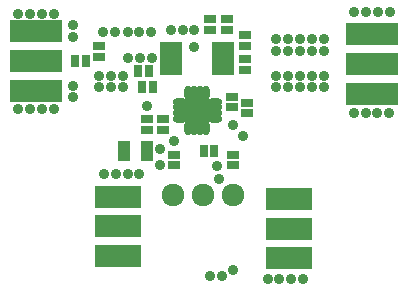
<source format=gts>
G04 #@! TF.FileFunction,Soldermask,Top*
%FSLAX46Y46*%
G04 Gerber Fmt 4.6, Leading zero omitted, Abs format (unit mm)*
G04 Created by KiCad (PCBNEW 4.0.2-stable) date Mon 06 Jun 2016 07:54:09 AM CEST*
%MOMM*%
G01*
G04 APERTURE LIST*
%ADD10C,0.050000*%
%ADD11C,0.900000*%
%ADD12C,1.650000*%
%ADD13R,4.464000X1.924000*%
%ADD14O,1.200000X0.700000*%
%ADD15O,0.700000X1.200000*%
%ADD16R,1.275000X1.275000*%
%ADD17R,1.850000X0.850000*%
%ADD18C,1.924000*%
%ADD19R,1.000000X0.800000*%
%ADD20R,3.900000X1.900000*%
%ADD21R,0.800000X1.000000*%
%ADD22R,1.100000X1.700000*%
G04 APERTURE END LIST*
D10*
D11*
X20800000Y-20200000D03*
X21800000Y-20200000D03*
X25650000Y-31400000D03*
X25650000Y-30100000D03*
X30450000Y-31500000D03*
X30600000Y-32600000D03*
X24950000Y-22350000D03*
X23950000Y-22350000D03*
X22950000Y-22350000D03*
X24500000Y-26450000D03*
D12*
X28800000Y-26800000D03*
D11*
X26850000Y-29400000D03*
X32700000Y-28950000D03*
X31850000Y-28050000D03*
X28550000Y-21400000D03*
X26550000Y-19950000D03*
X28550000Y-19950000D03*
X27550000Y-19950000D03*
X23900000Y-20200000D03*
X24900000Y-20200000D03*
X22900000Y-20200000D03*
X21500000Y-23850000D03*
X20500000Y-23850000D03*
X21500000Y-24850000D03*
X20500000Y-24850000D03*
X22500000Y-24850000D03*
X22500000Y-23850000D03*
X43100000Y-18500000D03*
X44100000Y-18500000D03*
X42100000Y-18500000D03*
X45100000Y-18500000D03*
X45050000Y-27050000D03*
X44050000Y-27050000D03*
X43050000Y-27050000D03*
X42050000Y-27050000D03*
X37500000Y-23850000D03*
X37500000Y-24850000D03*
X36500000Y-23850000D03*
X35500000Y-24850000D03*
X36500000Y-24850000D03*
X35500000Y-23850000D03*
X38500000Y-23850000D03*
X39500000Y-24850000D03*
X38500000Y-24850000D03*
X39500000Y-23850000D03*
X39500000Y-20750000D03*
X35500000Y-20750000D03*
X36500000Y-20750000D03*
X36500000Y-21750000D03*
X35500000Y-21750000D03*
X37500000Y-20750000D03*
X38500000Y-21750000D03*
X37500000Y-21750000D03*
X38500000Y-20750000D03*
X39500000Y-21750000D03*
X18250000Y-19600000D03*
X18250000Y-20600000D03*
X18250000Y-24700000D03*
X18250000Y-25700000D03*
X14650000Y-18600000D03*
X15650000Y-18600000D03*
X13650000Y-18600000D03*
X16650000Y-18600000D03*
X14650000Y-26700000D03*
X15650000Y-26700000D03*
X13650000Y-26700000D03*
X16650000Y-26700000D03*
X23900000Y-32200000D03*
X20900000Y-32200000D03*
X21900000Y-32200000D03*
X22900000Y-32200000D03*
X35750000Y-41050000D03*
X36750000Y-41050000D03*
X34750000Y-41050000D03*
X37750000Y-41050000D03*
X29900000Y-40800000D03*
X31800000Y-40300000D03*
X30900000Y-40800000D03*
D13*
X43550000Y-22850000D03*
X43550000Y-25390000D03*
X43550000Y-20310000D03*
D14*
X27300000Y-26050000D03*
X27300000Y-26550000D03*
X27300000Y-27050000D03*
X27300000Y-27550000D03*
D15*
X28050000Y-28300000D03*
X28550000Y-28300000D03*
X29050000Y-28300000D03*
X29550000Y-28300000D03*
D14*
X30300000Y-27550000D03*
X30300000Y-27050000D03*
X30300000Y-26550000D03*
X30300000Y-26050000D03*
D15*
X29550000Y-25300000D03*
X29050000Y-25300000D03*
X28550000Y-25300000D03*
X28050000Y-25300000D03*
D16*
X29237500Y-27237500D03*
X29237500Y-26362500D03*
X28362500Y-27237500D03*
X28362500Y-26362500D03*
D17*
X31000000Y-23375000D03*
X31000000Y-22725000D03*
X31000000Y-22075000D03*
X31000000Y-21425000D03*
X26600000Y-21425000D03*
X26600000Y-22075000D03*
X26600000Y-22725000D03*
X26600000Y-23375000D03*
D18*
X29300000Y-34000000D03*
X26760000Y-34000000D03*
X31840000Y-34000000D03*
D19*
X20500000Y-22250000D03*
X20500000Y-21350000D03*
X32800000Y-23350000D03*
X32800000Y-22450000D03*
X32800000Y-21350000D03*
X32800000Y-20450000D03*
X31700000Y-25650000D03*
X31700000Y-26550000D03*
X33000000Y-26150000D03*
X33000000Y-27050000D03*
X31800000Y-31450000D03*
X31800000Y-30550000D03*
X26800000Y-30550000D03*
X26800000Y-31450000D03*
D20*
X36600000Y-39300000D03*
X36600000Y-36800000D03*
X36600000Y-34300000D03*
X22100000Y-34100000D03*
X22100000Y-36600000D03*
X22100000Y-39100000D03*
D13*
X15150000Y-22650000D03*
X15150000Y-20110000D03*
X15150000Y-25190000D03*
D21*
X19350000Y-22600000D03*
X18450000Y-22600000D03*
D19*
X31300000Y-19950000D03*
X31300000Y-19050000D03*
D21*
X24700000Y-23500000D03*
X23800000Y-23500000D03*
D19*
X24500000Y-28450000D03*
X24500000Y-27550000D03*
X25900000Y-28450000D03*
X25900000Y-27550000D03*
D21*
X29350000Y-30250000D03*
X30250000Y-30250000D03*
X25050000Y-24800000D03*
X24150000Y-24800000D03*
D19*
X29900000Y-19950000D03*
X29900000Y-19050000D03*
D22*
X24500000Y-30200000D03*
X22600000Y-30200000D03*
M02*

</source>
